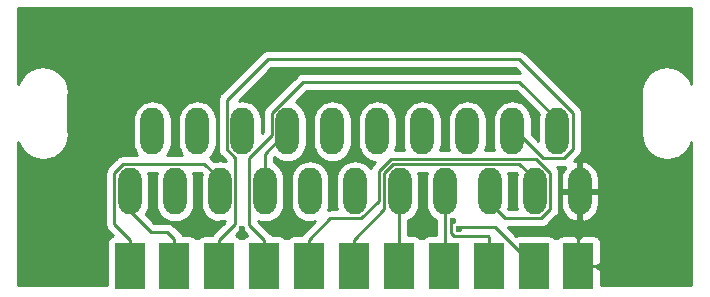
<source format=gbl>
G04 #@! TF.GenerationSoftware,KiCad,Pcbnew,(5.1.0)-1*
G04 #@! TF.CreationDate,2019-07-11T18:39:25-04:00*
G04 #@! TF.ProjectId,EUROSCART_2_JP21,4555524f-5343-4415-9254-5f325f4a5032,rev?*
G04 #@! TF.SameCoordinates,Original*
G04 #@! TF.FileFunction,Copper,L2,Bot*
G04 #@! TF.FilePolarity,Positive*
%FSLAX46Y46*%
G04 Gerber Fmt 4.6, Leading zero omitted, Abs format (unit mm)*
G04 Created by KiCad (PCBNEW (5.1.0)-1) date 2019-07-11 18:39:25*
%MOMM*%
%LPD*%
G04 APERTURE LIST*
%ADD10R,2.500000X4.000000*%
%ADD11O,1.981200X3.962400*%
%ADD12C,0.600000*%
%ADD13C,0.250000*%
%ADD14C,0.254000*%
G04 APERTURE END LIST*
D10*
X114725000Y-91840501D03*
X118525000Y-91840501D03*
X122325000Y-91840501D03*
X126125000Y-91840501D03*
X129925000Y-91840501D03*
X133725000Y-91840501D03*
X137525000Y-91840501D03*
X141325000Y-91840501D03*
X145125000Y-91840501D03*
X148925000Y-91840501D03*
X152725000Y-91840501D03*
D11*
X114750000Y-85480000D03*
X116655000Y-80400000D03*
X118560000Y-85480000D03*
X120465000Y-80400000D03*
X122370000Y-85480000D03*
X124275000Y-80400000D03*
X126180000Y-85480000D03*
X128085000Y-80400000D03*
X129990000Y-85480000D03*
X131895000Y-80400000D03*
X133800000Y-85480000D03*
X135705000Y-80400000D03*
X137610000Y-85480000D03*
X139515000Y-80400000D03*
X141420000Y-85480000D03*
X143325000Y-80400000D03*
X145230000Y-85480000D03*
X147135000Y-80400000D03*
X149040000Y-85480000D03*
X150945000Y-80400000D03*
X152850000Y-85480000D03*
D12*
X160000000Y-70400000D03*
X157500000Y-70400000D03*
X155000000Y-70400000D03*
X152500000Y-70400000D03*
X150000000Y-70400000D03*
X147500000Y-70400000D03*
X145000000Y-70400000D03*
X142500000Y-70400000D03*
X140000000Y-70400000D03*
X137500000Y-70400000D03*
X135000000Y-70400000D03*
X132500000Y-70400000D03*
X130000000Y-70400000D03*
X127500000Y-70400000D03*
X125000000Y-70400000D03*
X122500000Y-70400000D03*
X120000000Y-70400000D03*
X117500000Y-70400000D03*
X115000000Y-70400000D03*
X112500000Y-70400000D03*
X110000000Y-70400000D03*
X107500000Y-70400000D03*
X142100000Y-88000000D03*
X142575000Y-88643721D03*
X155000000Y-92500000D03*
X160000000Y-72500000D03*
X107500000Y-72500000D03*
X107500000Y-92500000D03*
X110000000Y-92500000D03*
X111700000Y-86200000D03*
X111700000Y-82500000D03*
X113300000Y-79700000D03*
X117000000Y-77300000D03*
X126200000Y-76700000D03*
X130500000Y-77300000D03*
X124200000Y-88700000D03*
X122600000Y-88200000D03*
X120300000Y-88600000D03*
X116600000Y-87400000D03*
X116600000Y-84200000D03*
X137600000Y-78000000D03*
X133800000Y-79500000D03*
X148400000Y-88800000D03*
X139500000Y-85400000D03*
X147100000Y-85400000D03*
X106800000Y-84900000D03*
X106900000Y-87600000D03*
X106500000Y-90000000D03*
X156600000Y-92600000D03*
X160300000Y-89900000D03*
X160600000Y-87600000D03*
X160600000Y-84900000D03*
X161100000Y-92499998D03*
D13*
X149040000Y-84489400D02*
X149040000Y-85480000D01*
X147724390Y-83173790D02*
X149040000Y-84489400D01*
X137065057Y-83173790D02*
X147724390Y-83173790D01*
X136294390Y-83944457D02*
X137065057Y-83173790D01*
X136294390Y-87021111D02*
X136294390Y-83944457D01*
X133725000Y-89590501D02*
X136294390Y-87021111D01*
X133725000Y-91840501D02*
X133725000Y-89590501D01*
X137525000Y-85565000D02*
X137610000Y-85480000D01*
X137525000Y-91840501D02*
X137525000Y-85565000D01*
X141420000Y-88580000D02*
X141420000Y-85480000D01*
X141400000Y-88600000D02*
X141420000Y-88580000D01*
X141400000Y-91015501D02*
X141400000Y-88600000D01*
X141325000Y-91840501D02*
X141325000Y-91090501D01*
X141325000Y-91090501D02*
X141400000Y-91015501D01*
X126180000Y-82305000D02*
X128085000Y-80400000D01*
X126180000Y-85480000D02*
X126180000Y-82305000D01*
X141900000Y-88200000D02*
X142100000Y-88000000D01*
X141900000Y-89000000D02*
X141900000Y-88200000D01*
X142200000Y-89300000D02*
X141900000Y-89000000D01*
X145100000Y-89300000D02*
X142200000Y-89300000D01*
X145125000Y-91840501D02*
X145125000Y-89325000D01*
X145125000Y-89325000D02*
X145100000Y-89300000D01*
X148925000Y-91840501D02*
X148925000Y-91090501D01*
X145619501Y-88500000D02*
X142550010Y-88500000D01*
X148925000Y-91840501D02*
X148925000Y-91805499D01*
X148925000Y-91805499D02*
X145619501Y-88500000D01*
X142550010Y-88500000D02*
X142550010Y-88618731D01*
X142550010Y-88618731D02*
X142575000Y-88643721D01*
X152725000Y-85605000D02*
X152850000Y-85480000D01*
X152725000Y-91840501D02*
X152725000Y-85605000D01*
X152725000Y-91840501D02*
X160440503Y-91840501D01*
X160800001Y-92199999D02*
X161100000Y-92499998D01*
X160440503Y-91840501D02*
X160800001Y-92199999D01*
X122370000Y-84489400D02*
X122370000Y-85480000D01*
X121054390Y-83173790D02*
X122370000Y-84489400D01*
X114205057Y-83173790D02*
X121054390Y-83173790D01*
X113434390Y-83944457D02*
X114205057Y-83173790D01*
X113434390Y-88299891D02*
X113434390Y-83944457D01*
X114725000Y-89590501D02*
X113434390Y-88299891D01*
X114725000Y-91840501D02*
X114725000Y-89590501D01*
X114750000Y-87150000D02*
X114750000Y-85480000D01*
X116500000Y-88900000D02*
X114750000Y-87150000D01*
X117900000Y-88900000D02*
X116500000Y-88900000D01*
X118525000Y-91840501D02*
X118525000Y-89525000D01*
X118525000Y-89525000D02*
X117900000Y-88900000D01*
X122325000Y-91840501D02*
X122325000Y-91090501D01*
X149753773Y-82706210D02*
X147447563Y-80400000D01*
X152260610Y-81935543D02*
X151489943Y-82706210D01*
X152260610Y-78864457D02*
X152260610Y-81935543D01*
X122325000Y-89590501D02*
X123685610Y-88229891D01*
X151489943Y-82706210D02*
X149753773Y-82706210D01*
X122325000Y-91840501D02*
X122325000Y-89590501D01*
X147696153Y-74300000D02*
X152260610Y-78864457D01*
X123685610Y-82661763D02*
X122959390Y-81935543D01*
X147447563Y-80400000D02*
X147135000Y-80400000D01*
X126400000Y-74300000D02*
X147696153Y-74300000D01*
X122959390Y-81935543D02*
X122959390Y-77740610D01*
X123685610Y-88229891D02*
X123685610Y-82661763D01*
X122959390Y-77740610D02*
X126400000Y-74300000D01*
X126125000Y-91840501D02*
X126125000Y-91090501D01*
X126769390Y-78864457D02*
X129433847Y-76200000D01*
X126769390Y-80756763D02*
X126769390Y-78864457D01*
X124864390Y-82661763D02*
X126769390Y-80756763D01*
X124864390Y-88329891D02*
X124864390Y-82661763D01*
X126125000Y-91840501D02*
X126125000Y-89590501D01*
X126125000Y-89590501D02*
X124864390Y-88329891D01*
X150945000Y-79409400D02*
X150945000Y-80400000D01*
X147735600Y-76200000D02*
X150945000Y-79409400D01*
X129433847Y-76200000D02*
X147735600Y-76200000D01*
X145230000Y-86470600D02*
X145230000Y-85480000D01*
X146545610Y-87786210D02*
X145230000Y-86470600D01*
X149584943Y-87786210D02*
X146545610Y-87786210D01*
X150355610Y-87015543D02*
X149584943Y-87786210D01*
X150355610Y-83944457D02*
X150355610Y-87015543D01*
X135844381Y-83758056D02*
X136878657Y-82723780D01*
X135844380Y-86286773D02*
X135844381Y-83758056D01*
X134344943Y-87786210D02*
X135844380Y-86286773D01*
X149134933Y-82723780D02*
X150355610Y-83944457D01*
X131729291Y-87786210D02*
X134344943Y-87786210D01*
X129925000Y-89590501D02*
X131729291Y-87786210D01*
X136878657Y-82723780D02*
X149134933Y-82723780D01*
X129925000Y-91840501D02*
X129925000Y-89590501D01*
D14*
G36*
X162290001Y-76437191D02*
G01*
X162245868Y-76298068D01*
X162222290Y-76243058D01*
X162199508Y-76187783D01*
X162195125Y-76179677D01*
X162051836Y-75919034D01*
X162018048Y-75869687D01*
X161984936Y-75819850D01*
X161979062Y-75812749D01*
X161787876Y-75584904D01*
X161745146Y-75543060D01*
X161702987Y-75500605D01*
X161695846Y-75494781D01*
X161464045Y-75308408D01*
X161414031Y-75275680D01*
X161364398Y-75242202D01*
X161356261Y-75237876D01*
X161092675Y-75100077D01*
X161037219Y-75077672D01*
X160982068Y-75054488D01*
X160973246Y-75051825D01*
X160687915Y-74967847D01*
X160629175Y-74956642D01*
X160570558Y-74944609D01*
X160561386Y-74943710D01*
X160265178Y-74916753D01*
X160205361Y-74917171D01*
X160145544Y-74916753D01*
X160136372Y-74917653D01*
X159840569Y-74948742D01*
X159781972Y-74960771D01*
X159723210Y-74971980D01*
X159714388Y-74974644D01*
X159430257Y-75062598D01*
X159375139Y-75085768D01*
X159319650Y-75108186D01*
X159311514Y-75112513D01*
X159049878Y-75253979D01*
X159000311Y-75287412D01*
X158950232Y-75320183D01*
X158943091Y-75326008D01*
X158713915Y-75515597D01*
X158671774Y-75558034D01*
X158629024Y-75599897D01*
X158623150Y-75606998D01*
X158435164Y-75837492D01*
X158402049Y-75887334D01*
X158368265Y-75936674D01*
X158363882Y-75944781D01*
X158224246Y-76207399D01*
X158201458Y-76262687D01*
X158177886Y-76317683D01*
X158175162Y-76326487D01*
X158089193Y-76611225D01*
X158077570Y-76669925D01*
X158065137Y-76728419D01*
X158064174Y-76737584D01*
X158035150Y-77033596D01*
X158035150Y-77162406D01*
X158055801Y-77266697D01*
X158055800Y-80487952D01*
X158045478Y-80521300D01*
X158036932Y-80602622D01*
X158035299Y-80610870D01*
X158035299Y-80618164D01*
X158032016Y-80649404D01*
X158032016Y-80658620D01*
X158032165Y-80679898D01*
X158035298Y-80709700D01*
X158035298Y-80739680D01*
X158036262Y-80748844D01*
X158069416Y-81044424D01*
X158081853Y-81102936D01*
X158093471Y-81161614D01*
X158096196Y-81170413D01*
X158096197Y-81170419D01*
X158096199Y-81170425D01*
X158186130Y-81453928D01*
X158209691Y-81508899D01*
X158232491Y-81564217D01*
X158236874Y-81572323D01*
X158380163Y-81832965D01*
X158413947Y-81882305D01*
X158447062Y-81932147D01*
X158452936Y-81939247D01*
X158644122Y-82167094D01*
X158686853Y-82208939D01*
X158729013Y-82251395D01*
X158736155Y-82257219D01*
X158967956Y-82443591D01*
X159017968Y-82476318D01*
X159067600Y-82509795D01*
X159075737Y-82514121D01*
X159339323Y-82651921D01*
X159394783Y-82674328D01*
X159449931Y-82697511D01*
X159458753Y-82700174D01*
X159744083Y-82784152D01*
X159802837Y-82795360D01*
X159861441Y-82807390D01*
X159870613Y-82808289D01*
X160166820Y-82835246D01*
X160226638Y-82834828D01*
X160286455Y-82835246D01*
X160295626Y-82834347D01*
X160591430Y-82803257D01*
X160650017Y-82791230D01*
X160708787Y-82780020D01*
X160717609Y-82777356D01*
X161001740Y-82689403D01*
X161056883Y-82666223D01*
X161112348Y-82643814D01*
X161120485Y-82639487D01*
X161382121Y-82498021D01*
X161431705Y-82464576D01*
X161481768Y-82431816D01*
X161488909Y-82425992D01*
X161718085Y-82236401D01*
X161760224Y-82193966D01*
X161802974Y-82152103D01*
X161808848Y-82145002D01*
X161996834Y-81914509D01*
X162029938Y-81864682D01*
X162063733Y-81815327D01*
X162068116Y-81807221D01*
X162207753Y-81544603D01*
X162230560Y-81489269D01*
X162254114Y-81434314D01*
X162256838Y-81425515D01*
X162256840Y-81425509D01*
X162290001Y-81315674D01*
X162290000Y-93390000D01*
X154612265Y-93390000D01*
X154610000Y-92126251D01*
X154451250Y-91967501D01*
X154327000Y-91967501D01*
X154327000Y-91713501D01*
X154451250Y-91713501D01*
X154610000Y-91554751D01*
X154613072Y-89840501D01*
X154600812Y-89716019D01*
X154564502Y-89596321D01*
X154505537Y-89486007D01*
X154426185Y-89389316D01*
X154329494Y-89309964D01*
X154219180Y-89250999D01*
X154099482Y-89214689D01*
X153975000Y-89202429D01*
X153010750Y-89205501D01*
X152852000Y-89364251D01*
X152852000Y-89473000D01*
X152598000Y-89473000D01*
X152598000Y-89364251D01*
X152439250Y-89205501D01*
X151475000Y-89202429D01*
X151350518Y-89214689D01*
X151230820Y-89250999D01*
X151120506Y-89309964D01*
X151023815Y-89389316D01*
X150955138Y-89473000D01*
X150694862Y-89473000D01*
X150626185Y-89389316D01*
X150529494Y-89309964D01*
X150419180Y-89250999D01*
X150299482Y-89214689D01*
X150175000Y-89202429D01*
X147675000Y-89202429D01*
X147550518Y-89214689D01*
X147441931Y-89247629D01*
X146740512Y-88546210D01*
X149547621Y-88546210D01*
X149584943Y-88549886D01*
X149622265Y-88546210D01*
X149622276Y-88546210D01*
X149733929Y-88535213D01*
X149877190Y-88491756D01*
X150009219Y-88421184D01*
X150124944Y-88326211D01*
X150148746Y-88297208D01*
X150866612Y-87579342D01*
X150895611Y-87555544D01*
X150990584Y-87439819D01*
X151061156Y-87307790D01*
X151104613Y-87164529D01*
X151115610Y-87052876D01*
X151115610Y-87052868D01*
X151119286Y-87015543D01*
X151115610Y-86978218D01*
X151115610Y-85607000D01*
X151224400Y-85607000D01*
X151224400Y-86597600D01*
X151280412Y-86912299D01*
X151396742Y-87210023D01*
X151568920Y-87479332D01*
X151790329Y-87709876D01*
X152052461Y-87892795D01*
X152345242Y-88021060D01*
X152471041Y-88051411D01*
X152723000Y-87931942D01*
X152723000Y-85607000D01*
X152977000Y-85607000D01*
X152977000Y-87931942D01*
X153228959Y-88051411D01*
X153354758Y-88021060D01*
X153647539Y-87892795D01*
X153909671Y-87709876D01*
X154131080Y-87479332D01*
X154303258Y-87210023D01*
X154419588Y-86912299D01*
X154475600Y-86597600D01*
X154475600Y-85607000D01*
X152977000Y-85607000D01*
X152723000Y-85607000D01*
X151224400Y-85607000D01*
X151115610Y-85607000D01*
X151115610Y-83981780D01*
X151119286Y-83944457D01*
X151115610Y-83907134D01*
X151115610Y-83907124D01*
X151104613Y-83795471D01*
X151061156Y-83652210D01*
X150990584Y-83520180D01*
X150946291Y-83466210D01*
X151452621Y-83466210D01*
X151489943Y-83469886D01*
X151527265Y-83466210D01*
X151527276Y-83466210D01*
X151588606Y-83460169D01*
X151568920Y-83480668D01*
X151396742Y-83749977D01*
X151280412Y-84047701D01*
X151224400Y-84362400D01*
X151224400Y-85353000D01*
X152723000Y-85353000D01*
X152723000Y-83028058D01*
X152977000Y-83028058D01*
X152977000Y-85353000D01*
X154475600Y-85353000D01*
X154475600Y-84362400D01*
X154419588Y-84047701D01*
X154303258Y-83749977D01*
X154131080Y-83480668D01*
X153909671Y-83250124D01*
X153647539Y-83067205D01*
X153354758Y-82938940D01*
X153228959Y-82908589D01*
X152977000Y-83028058D01*
X152723000Y-83028058D01*
X152471041Y-82908589D01*
X152345242Y-82938940D01*
X152321701Y-82949253D01*
X152771612Y-82499342D01*
X152800611Y-82475544D01*
X152895584Y-82359819D01*
X152966156Y-82227790D01*
X153009613Y-82084529D01*
X153020610Y-81972876D01*
X153020610Y-81972868D01*
X153024286Y-81935543D01*
X153020610Y-81898218D01*
X153020610Y-78901779D01*
X153024286Y-78864457D01*
X153020610Y-78827134D01*
X153020610Y-78827124D01*
X153009613Y-78715471D01*
X152966156Y-78572210D01*
X152931674Y-78507700D01*
X152895584Y-78440180D01*
X152824409Y-78353454D01*
X152800611Y-78324456D01*
X152771614Y-78300659D01*
X148259957Y-73789003D01*
X148236154Y-73759999D01*
X148120429Y-73665026D01*
X147988400Y-73594454D01*
X147845139Y-73550997D01*
X147733486Y-73540000D01*
X147733475Y-73540000D01*
X147696153Y-73536324D01*
X147658831Y-73540000D01*
X126437322Y-73540000D01*
X126399999Y-73536324D01*
X126362676Y-73540000D01*
X126362667Y-73540000D01*
X126251014Y-73550997D01*
X126107753Y-73594454D01*
X125975724Y-73665026D01*
X125859999Y-73759999D01*
X125836201Y-73788997D01*
X122448388Y-77176811D01*
X122419390Y-77200609D01*
X122395592Y-77229607D01*
X122395591Y-77229608D01*
X122324416Y-77316334D01*
X122253844Y-77448364D01*
X122210388Y-77591625D01*
X122195714Y-77740610D01*
X122199391Y-77777942D01*
X122199390Y-81898220D01*
X122195714Y-81935543D01*
X122199390Y-81972865D01*
X122199390Y-81972875D01*
X122210387Y-82084528D01*
X122240494Y-82183779D01*
X122253844Y-82227789D01*
X122324416Y-82359819D01*
X122357506Y-82400139D01*
X122419389Y-82475544D01*
X122448392Y-82499346D01*
X122900678Y-82951633D01*
X122688673Y-82887322D01*
X122370000Y-82855935D01*
X122051328Y-82887322D01*
X121891275Y-82935873D01*
X121618194Y-82662793D01*
X121594391Y-82633789D01*
X121553504Y-82600234D01*
X121620034Y-82545634D01*
X121823177Y-82298105D01*
X121974125Y-82015700D01*
X122067078Y-81709273D01*
X122090600Y-81470454D01*
X122090600Y-79329546D01*
X122067078Y-79090727D01*
X121974125Y-78784300D01*
X121823177Y-78501895D01*
X121620034Y-78254366D01*
X121372505Y-78051223D01*
X121090100Y-77900275D01*
X120783673Y-77807322D01*
X120465000Y-77775935D01*
X120146328Y-77807322D01*
X119839901Y-77900275D01*
X119557496Y-78051223D01*
X119309967Y-78254366D01*
X119106824Y-78501895D01*
X118955876Y-78784300D01*
X118862923Y-79090727D01*
X118839401Y-79329546D01*
X118839400Y-81470453D01*
X118862922Y-81709272D01*
X118955875Y-82015699D01*
X119106823Y-82298104D01*
X119201764Y-82413790D01*
X117918236Y-82413790D01*
X118013177Y-82298105D01*
X118164125Y-82015700D01*
X118257078Y-81709273D01*
X118280600Y-81470454D01*
X118280600Y-79329546D01*
X118257078Y-79090727D01*
X118164125Y-78784300D01*
X118013177Y-78501895D01*
X117810034Y-78254366D01*
X117562505Y-78051223D01*
X117280100Y-77900275D01*
X116973673Y-77807322D01*
X116655000Y-77775935D01*
X116336328Y-77807322D01*
X116029901Y-77900275D01*
X115747496Y-78051223D01*
X115499967Y-78254366D01*
X115296824Y-78501895D01*
X115145876Y-78784300D01*
X115052923Y-79090727D01*
X115029401Y-79329546D01*
X115029400Y-81470453D01*
X115052922Y-81709272D01*
X115145875Y-82015699D01*
X115296823Y-82298104D01*
X115391764Y-82413790D01*
X114242382Y-82413790D01*
X114205057Y-82410114D01*
X114167732Y-82413790D01*
X114167724Y-82413790D01*
X114056071Y-82424787D01*
X113912810Y-82468244D01*
X113780781Y-82538816D01*
X113665056Y-82633789D01*
X113641258Y-82662788D01*
X112923388Y-83380658D01*
X112894390Y-83404456D01*
X112870592Y-83433454D01*
X112870591Y-83433455D01*
X112799416Y-83520181D01*
X112728844Y-83652211D01*
X112685388Y-83795472D01*
X112670714Y-83944457D01*
X112674391Y-83981789D01*
X112674390Y-88262568D01*
X112670714Y-88299891D01*
X112674390Y-88337213D01*
X112674390Y-88337223D01*
X112685387Y-88448876D01*
X112716028Y-88549886D01*
X112728844Y-88592137D01*
X112799416Y-88724167D01*
X112831942Y-88763799D01*
X112894389Y-88839892D01*
X112923393Y-88863695D01*
X113292106Y-89232408D01*
X113230820Y-89250999D01*
X113120506Y-89309964D01*
X113023815Y-89389316D01*
X112944463Y-89486007D01*
X112885498Y-89596321D01*
X112849188Y-89716019D01*
X112836928Y-89840501D01*
X112836928Y-93390000D01*
X105310000Y-93390000D01*
X105310000Y-81314810D01*
X105354130Y-81453928D01*
X105377691Y-81508899D01*
X105400491Y-81564217D01*
X105404874Y-81572323D01*
X105548163Y-81832965D01*
X105581947Y-81882305D01*
X105615062Y-81932147D01*
X105620936Y-81939247D01*
X105812122Y-82167094D01*
X105854853Y-82208939D01*
X105897013Y-82251395D01*
X105904155Y-82257219D01*
X106135956Y-82443591D01*
X106185968Y-82476318D01*
X106235600Y-82509795D01*
X106243737Y-82514121D01*
X106507323Y-82651921D01*
X106562783Y-82674328D01*
X106617931Y-82697511D01*
X106626753Y-82700174D01*
X106912083Y-82784152D01*
X106970837Y-82795360D01*
X107029441Y-82807390D01*
X107038613Y-82808289D01*
X107334820Y-82835246D01*
X107394638Y-82834828D01*
X107454455Y-82835246D01*
X107463626Y-82834347D01*
X107759430Y-82803257D01*
X107818017Y-82791230D01*
X107876787Y-82780020D01*
X107885609Y-82777356D01*
X108169740Y-82689403D01*
X108224883Y-82666223D01*
X108280348Y-82643814D01*
X108288485Y-82639487D01*
X108550121Y-82498021D01*
X108599705Y-82464576D01*
X108649768Y-82431816D01*
X108656909Y-82425992D01*
X108886085Y-82236401D01*
X108928224Y-82193966D01*
X108970974Y-82152103D01*
X108976848Y-82145002D01*
X109164834Y-81914509D01*
X109197938Y-81864682D01*
X109231733Y-81815327D01*
X109236116Y-81807221D01*
X109375753Y-81544603D01*
X109398560Y-81489269D01*
X109422114Y-81434314D01*
X109424838Y-81425515D01*
X109424840Y-81425509D01*
X109510806Y-81140773D01*
X109522422Y-81082108D01*
X109534862Y-81023584D01*
X109535825Y-81014419D01*
X109564850Y-80718406D01*
X109564850Y-80589596D01*
X109544200Y-80485305D01*
X109544200Y-77264047D01*
X109554522Y-77230699D01*
X109563068Y-77149377D01*
X109564701Y-77141129D01*
X109564701Y-77133835D01*
X109567984Y-77102594D01*
X109567984Y-77093379D01*
X109567835Y-77072100D01*
X109564702Y-77042298D01*
X109564702Y-77012319D01*
X109563738Y-77003154D01*
X109530584Y-76707575D01*
X109518151Y-76649081D01*
X109506528Y-76590381D01*
X109503803Y-76581578D01*
X109413868Y-76298068D01*
X109390290Y-76243058D01*
X109367508Y-76187783D01*
X109363125Y-76179677D01*
X109219836Y-75919034D01*
X109186048Y-75869687D01*
X109152936Y-75819850D01*
X109147062Y-75812749D01*
X108955876Y-75584904D01*
X108913146Y-75543060D01*
X108870987Y-75500605D01*
X108863846Y-75494781D01*
X108632045Y-75308408D01*
X108582031Y-75275680D01*
X108532398Y-75242202D01*
X108524261Y-75237876D01*
X108260675Y-75100077D01*
X108205219Y-75077672D01*
X108150068Y-75054488D01*
X108141246Y-75051825D01*
X107855915Y-74967847D01*
X107797175Y-74956642D01*
X107738558Y-74944609D01*
X107729386Y-74943710D01*
X107433178Y-74916753D01*
X107373361Y-74917171D01*
X107313544Y-74916753D01*
X107304372Y-74917653D01*
X107008569Y-74948742D01*
X106949972Y-74960771D01*
X106891210Y-74971980D01*
X106882388Y-74974644D01*
X106598257Y-75062598D01*
X106543139Y-75085768D01*
X106487650Y-75108186D01*
X106479514Y-75112513D01*
X106217878Y-75253979D01*
X106168311Y-75287412D01*
X106118232Y-75320183D01*
X106111091Y-75326008D01*
X105881915Y-75515597D01*
X105839774Y-75558034D01*
X105797024Y-75599897D01*
X105791150Y-75606998D01*
X105603164Y-75837492D01*
X105570049Y-75887334D01*
X105536265Y-75936674D01*
X105531882Y-75944781D01*
X105392246Y-76207399D01*
X105369458Y-76262687D01*
X105345886Y-76317683D01*
X105343162Y-76326487D01*
X105310000Y-76436323D01*
X105310000Y-70010000D01*
X162290001Y-70010000D01*
X162290001Y-76437191D01*
X162290001Y-76437191D01*
G37*
X162290001Y-76437191D02*
X162245868Y-76298068D01*
X162222290Y-76243058D01*
X162199508Y-76187783D01*
X162195125Y-76179677D01*
X162051836Y-75919034D01*
X162018048Y-75869687D01*
X161984936Y-75819850D01*
X161979062Y-75812749D01*
X161787876Y-75584904D01*
X161745146Y-75543060D01*
X161702987Y-75500605D01*
X161695846Y-75494781D01*
X161464045Y-75308408D01*
X161414031Y-75275680D01*
X161364398Y-75242202D01*
X161356261Y-75237876D01*
X161092675Y-75100077D01*
X161037219Y-75077672D01*
X160982068Y-75054488D01*
X160973246Y-75051825D01*
X160687915Y-74967847D01*
X160629175Y-74956642D01*
X160570558Y-74944609D01*
X160561386Y-74943710D01*
X160265178Y-74916753D01*
X160205361Y-74917171D01*
X160145544Y-74916753D01*
X160136372Y-74917653D01*
X159840569Y-74948742D01*
X159781972Y-74960771D01*
X159723210Y-74971980D01*
X159714388Y-74974644D01*
X159430257Y-75062598D01*
X159375139Y-75085768D01*
X159319650Y-75108186D01*
X159311514Y-75112513D01*
X159049878Y-75253979D01*
X159000311Y-75287412D01*
X158950232Y-75320183D01*
X158943091Y-75326008D01*
X158713915Y-75515597D01*
X158671774Y-75558034D01*
X158629024Y-75599897D01*
X158623150Y-75606998D01*
X158435164Y-75837492D01*
X158402049Y-75887334D01*
X158368265Y-75936674D01*
X158363882Y-75944781D01*
X158224246Y-76207399D01*
X158201458Y-76262687D01*
X158177886Y-76317683D01*
X158175162Y-76326487D01*
X158089193Y-76611225D01*
X158077570Y-76669925D01*
X158065137Y-76728419D01*
X158064174Y-76737584D01*
X158035150Y-77033596D01*
X158035150Y-77162406D01*
X158055801Y-77266697D01*
X158055800Y-80487952D01*
X158045478Y-80521300D01*
X158036932Y-80602622D01*
X158035299Y-80610870D01*
X158035299Y-80618164D01*
X158032016Y-80649404D01*
X158032016Y-80658620D01*
X158032165Y-80679898D01*
X158035298Y-80709700D01*
X158035298Y-80739680D01*
X158036262Y-80748844D01*
X158069416Y-81044424D01*
X158081853Y-81102936D01*
X158093471Y-81161614D01*
X158096196Y-81170413D01*
X158096197Y-81170419D01*
X158096199Y-81170425D01*
X158186130Y-81453928D01*
X158209691Y-81508899D01*
X158232491Y-81564217D01*
X158236874Y-81572323D01*
X158380163Y-81832965D01*
X158413947Y-81882305D01*
X158447062Y-81932147D01*
X158452936Y-81939247D01*
X158644122Y-82167094D01*
X158686853Y-82208939D01*
X158729013Y-82251395D01*
X158736155Y-82257219D01*
X158967956Y-82443591D01*
X159017968Y-82476318D01*
X159067600Y-82509795D01*
X159075737Y-82514121D01*
X159339323Y-82651921D01*
X159394783Y-82674328D01*
X159449931Y-82697511D01*
X159458753Y-82700174D01*
X159744083Y-82784152D01*
X159802837Y-82795360D01*
X159861441Y-82807390D01*
X159870613Y-82808289D01*
X160166820Y-82835246D01*
X160226638Y-82834828D01*
X160286455Y-82835246D01*
X160295626Y-82834347D01*
X160591430Y-82803257D01*
X160650017Y-82791230D01*
X160708787Y-82780020D01*
X160717609Y-82777356D01*
X161001740Y-82689403D01*
X161056883Y-82666223D01*
X161112348Y-82643814D01*
X161120485Y-82639487D01*
X161382121Y-82498021D01*
X161431705Y-82464576D01*
X161481768Y-82431816D01*
X161488909Y-82425992D01*
X161718085Y-82236401D01*
X161760224Y-82193966D01*
X161802974Y-82152103D01*
X161808848Y-82145002D01*
X161996834Y-81914509D01*
X162029938Y-81864682D01*
X162063733Y-81815327D01*
X162068116Y-81807221D01*
X162207753Y-81544603D01*
X162230560Y-81489269D01*
X162254114Y-81434314D01*
X162256838Y-81425515D01*
X162256840Y-81425509D01*
X162290001Y-81315674D01*
X162290000Y-93390000D01*
X154612265Y-93390000D01*
X154610000Y-92126251D01*
X154451250Y-91967501D01*
X154327000Y-91967501D01*
X154327000Y-91713501D01*
X154451250Y-91713501D01*
X154610000Y-91554751D01*
X154613072Y-89840501D01*
X154600812Y-89716019D01*
X154564502Y-89596321D01*
X154505537Y-89486007D01*
X154426185Y-89389316D01*
X154329494Y-89309964D01*
X154219180Y-89250999D01*
X154099482Y-89214689D01*
X153975000Y-89202429D01*
X153010750Y-89205501D01*
X152852000Y-89364251D01*
X152852000Y-89473000D01*
X152598000Y-89473000D01*
X152598000Y-89364251D01*
X152439250Y-89205501D01*
X151475000Y-89202429D01*
X151350518Y-89214689D01*
X151230820Y-89250999D01*
X151120506Y-89309964D01*
X151023815Y-89389316D01*
X150955138Y-89473000D01*
X150694862Y-89473000D01*
X150626185Y-89389316D01*
X150529494Y-89309964D01*
X150419180Y-89250999D01*
X150299482Y-89214689D01*
X150175000Y-89202429D01*
X147675000Y-89202429D01*
X147550518Y-89214689D01*
X147441931Y-89247629D01*
X146740512Y-88546210D01*
X149547621Y-88546210D01*
X149584943Y-88549886D01*
X149622265Y-88546210D01*
X149622276Y-88546210D01*
X149733929Y-88535213D01*
X149877190Y-88491756D01*
X150009219Y-88421184D01*
X150124944Y-88326211D01*
X150148746Y-88297208D01*
X150866612Y-87579342D01*
X150895611Y-87555544D01*
X150990584Y-87439819D01*
X151061156Y-87307790D01*
X151104613Y-87164529D01*
X151115610Y-87052876D01*
X151115610Y-87052868D01*
X151119286Y-87015543D01*
X151115610Y-86978218D01*
X151115610Y-85607000D01*
X151224400Y-85607000D01*
X151224400Y-86597600D01*
X151280412Y-86912299D01*
X151396742Y-87210023D01*
X151568920Y-87479332D01*
X151790329Y-87709876D01*
X152052461Y-87892795D01*
X152345242Y-88021060D01*
X152471041Y-88051411D01*
X152723000Y-87931942D01*
X152723000Y-85607000D01*
X152977000Y-85607000D01*
X152977000Y-87931942D01*
X153228959Y-88051411D01*
X153354758Y-88021060D01*
X153647539Y-87892795D01*
X153909671Y-87709876D01*
X154131080Y-87479332D01*
X154303258Y-87210023D01*
X154419588Y-86912299D01*
X154475600Y-86597600D01*
X154475600Y-85607000D01*
X152977000Y-85607000D01*
X152723000Y-85607000D01*
X151224400Y-85607000D01*
X151115610Y-85607000D01*
X151115610Y-83981780D01*
X151119286Y-83944457D01*
X151115610Y-83907134D01*
X151115610Y-83907124D01*
X151104613Y-83795471D01*
X151061156Y-83652210D01*
X150990584Y-83520180D01*
X150946291Y-83466210D01*
X151452621Y-83466210D01*
X151489943Y-83469886D01*
X151527265Y-83466210D01*
X151527276Y-83466210D01*
X151588606Y-83460169D01*
X151568920Y-83480668D01*
X151396742Y-83749977D01*
X151280412Y-84047701D01*
X151224400Y-84362400D01*
X151224400Y-85353000D01*
X152723000Y-85353000D01*
X152723000Y-83028058D01*
X152977000Y-83028058D01*
X152977000Y-85353000D01*
X154475600Y-85353000D01*
X154475600Y-84362400D01*
X154419588Y-84047701D01*
X154303258Y-83749977D01*
X154131080Y-83480668D01*
X153909671Y-83250124D01*
X153647539Y-83067205D01*
X153354758Y-82938940D01*
X153228959Y-82908589D01*
X152977000Y-83028058D01*
X152723000Y-83028058D01*
X152471041Y-82908589D01*
X152345242Y-82938940D01*
X152321701Y-82949253D01*
X152771612Y-82499342D01*
X152800611Y-82475544D01*
X152895584Y-82359819D01*
X152966156Y-82227790D01*
X153009613Y-82084529D01*
X153020610Y-81972876D01*
X153020610Y-81972868D01*
X153024286Y-81935543D01*
X153020610Y-81898218D01*
X153020610Y-78901779D01*
X153024286Y-78864457D01*
X153020610Y-78827134D01*
X153020610Y-78827124D01*
X153009613Y-78715471D01*
X152966156Y-78572210D01*
X152931674Y-78507700D01*
X152895584Y-78440180D01*
X152824409Y-78353454D01*
X152800611Y-78324456D01*
X152771614Y-78300659D01*
X148259957Y-73789003D01*
X148236154Y-73759999D01*
X148120429Y-73665026D01*
X147988400Y-73594454D01*
X147845139Y-73550997D01*
X147733486Y-73540000D01*
X147733475Y-73540000D01*
X147696153Y-73536324D01*
X147658831Y-73540000D01*
X126437322Y-73540000D01*
X126399999Y-73536324D01*
X126362676Y-73540000D01*
X126362667Y-73540000D01*
X126251014Y-73550997D01*
X126107753Y-73594454D01*
X125975724Y-73665026D01*
X125859999Y-73759999D01*
X125836201Y-73788997D01*
X122448388Y-77176811D01*
X122419390Y-77200609D01*
X122395592Y-77229607D01*
X122395591Y-77229608D01*
X122324416Y-77316334D01*
X122253844Y-77448364D01*
X122210388Y-77591625D01*
X122195714Y-77740610D01*
X122199391Y-77777942D01*
X122199390Y-81898220D01*
X122195714Y-81935543D01*
X122199390Y-81972865D01*
X122199390Y-81972875D01*
X122210387Y-82084528D01*
X122240494Y-82183779D01*
X122253844Y-82227789D01*
X122324416Y-82359819D01*
X122357506Y-82400139D01*
X122419389Y-82475544D01*
X122448392Y-82499346D01*
X122900678Y-82951633D01*
X122688673Y-82887322D01*
X122370000Y-82855935D01*
X122051328Y-82887322D01*
X121891275Y-82935873D01*
X121618194Y-82662793D01*
X121594391Y-82633789D01*
X121553504Y-82600234D01*
X121620034Y-82545634D01*
X121823177Y-82298105D01*
X121974125Y-82015700D01*
X122067078Y-81709273D01*
X122090600Y-81470454D01*
X122090600Y-79329546D01*
X122067078Y-79090727D01*
X121974125Y-78784300D01*
X121823177Y-78501895D01*
X121620034Y-78254366D01*
X121372505Y-78051223D01*
X121090100Y-77900275D01*
X120783673Y-77807322D01*
X120465000Y-77775935D01*
X120146328Y-77807322D01*
X119839901Y-77900275D01*
X119557496Y-78051223D01*
X119309967Y-78254366D01*
X119106824Y-78501895D01*
X118955876Y-78784300D01*
X118862923Y-79090727D01*
X118839401Y-79329546D01*
X118839400Y-81470453D01*
X118862922Y-81709272D01*
X118955875Y-82015699D01*
X119106823Y-82298104D01*
X119201764Y-82413790D01*
X117918236Y-82413790D01*
X118013177Y-82298105D01*
X118164125Y-82015700D01*
X118257078Y-81709273D01*
X118280600Y-81470454D01*
X118280600Y-79329546D01*
X118257078Y-79090727D01*
X118164125Y-78784300D01*
X118013177Y-78501895D01*
X117810034Y-78254366D01*
X117562505Y-78051223D01*
X117280100Y-77900275D01*
X116973673Y-77807322D01*
X116655000Y-77775935D01*
X116336328Y-77807322D01*
X116029901Y-77900275D01*
X115747496Y-78051223D01*
X115499967Y-78254366D01*
X115296824Y-78501895D01*
X115145876Y-78784300D01*
X115052923Y-79090727D01*
X115029401Y-79329546D01*
X115029400Y-81470453D01*
X115052922Y-81709272D01*
X115145875Y-82015699D01*
X115296823Y-82298104D01*
X115391764Y-82413790D01*
X114242382Y-82413790D01*
X114205057Y-82410114D01*
X114167732Y-82413790D01*
X114167724Y-82413790D01*
X114056071Y-82424787D01*
X113912810Y-82468244D01*
X113780781Y-82538816D01*
X113665056Y-82633789D01*
X113641258Y-82662788D01*
X112923388Y-83380658D01*
X112894390Y-83404456D01*
X112870592Y-83433454D01*
X112870591Y-83433455D01*
X112799416Y-83520181D01*
X112728844Y-83652211D01*
X112685388Y-83795472D01*
X112670714Y-83944457D01*
X112674391Y-83981789D01*
X112674390Y-88262568D01*
X112670714Y-88299891D01*
X112674390Y-88337213D01*
X112674390Y-88337223D01*
X112685387Y-88448876D01*
X112716028Y-88549886D01*
X112728844Y-88592137D01*
X112799416Y-88724167D01*
X112831942Y-88763799D01*
X112894389Y-88839892D01*
X112923393Y-88863695D01*
X113292106Y-89232408D01*
X113230820Y-89250999D01*
X113120506Y-89309964D01*
X113023815Y-89389316D01*
X112944463Y-89486007D01*
X112885498Y-89596321D01*
X112849188Y-89716019D01*
X112836928Y-89840501D01*
X112836928Y-93390000D01*
X105310000Y-93390000D01*
X105310000Y-81314810D01*
X105354130Y-81453928D01*
X105377691Y-81508899D01*
X105400491Y-81564217D01*
X105404874Y-81572323D01*
X105548163Y-81832965D01*
X105581947Y-81882305D01*
X105615062Y-81932147D01*
X105620936Y-81939247D01*
X105812122Y-82167094D01*
X105854853Y-82208939D01*
X105897013Y-82251395D01*
X105904155Y-82257219D01*
X106135956Y-82443591D01*
X106185968Y-82476318D01*
X106235600Y-82509795D01*
X106243737Y-82514121D01*
X106507323Y-82651921D01*
X106562783Y-82674328D01*
X106617931Y-82697511D01*
X106626753Y-82700174D01*
X106912083Y-82784152D01*
X106970837Y-82795360D01*
X107029441Y-82807390D01*
X107038613Y-82808289D01*
X107334820Y-82835246D01*
X107394638Y-82834828D01*
X107454455Y-82835246D01*
X107463626Y-82834347D01*
X107759430Y-82803257D01*
X107818017Y-82791230D01*
X107876787Y-82780020D01*
X107885609Y-82777356D01*
X108169740Y-82689403D01*
X108224883Y-82666223D01*
X108280348Y-82643814D01*
X108288485Y-82639487D01*
X108550121Y-82498021D01*
X108599705Y-82464576D01*
X108649768Y-82431816D01*
X108656909Y-82425992D01*
X108886085Y-82236401D01*
X108928224Y-82193966D01*
X108970974Y-82152103D01*
X108976848Y-82145002D01*
X109164834Y-81914509D01*
X109197938Y-81864682D01*
X109231733Y-81815327D01*
X109236116Y-81807221D01*
X109375753Y-81544603D01*
X109398560Y-81489269D01*
X109422114Y-81434314D01*
X109424838Y-81425515D01*
X109424840Y-81425509D01*
X109510806Y-81140773D01*
X109522422Y-81082108D01*
X109534862Y-81023584D01*
X109535825Y-81014419D01*
X109564850Y-80718406D01*
X109564850Y-80589596D01*
X109544200Y-80485305D01*
X109544200Y-77264047D01*
X109554522Y-77230699D01*
X109563068Y-77149377D01*
X109564701Y-77141129D01*
X109564701Y-77133835D01*
X109567984Y-77102594D01*
X109567984Y-77093379D01*
X109567835Y-77072100D01*
X109564702Y-77042298D01*
X109564702Y-77012319D01*
X109563738Y-77003154D01*
X109530584Y-76707575D01*
X109518151Y-76649081D01*
X109506528Y-76590381D01*
X109503803Y-76581578D01*
X109413868Y-76298068D01*
X109390290Y-76243058D01*
X109367508Y-76187783D01*
X109363125Y-76179677D01*
X109219836Y-75919034D01*
X109186048Y-75869687D01*
X109152936Y-75819850D01*
X109147062Y-75812749D01*
X108955876Y-75584904D01*
X108913146Y-75543060D01*
X108870987Y-75500605D01*
X108863846Y-75494781D01*
X108632045Y-75308408D01*
X108582031Y-75275680D01*
X108532398Y-75242202D01*
X108524261Y-75237876D01*
X108260675Y-75100077D01*
X108205219Y-75077672D01*
X108150068Y-75054488D01*
X108141246Y-75051825D01*
X107855915Y-74967847D01*
X107797175Y-74956642D01*
X107738558Y-74944609D01*
X107729386Y-74943710D01*
X107433178Y-74916753D01*
X107373361Y-74917171D01*
X107313544Y-74916753D01*
X107304372Y-74917653D01*
X107008569Y-74948742D01*
X106949972Y-74960771D01*
X106891210Y-74971980D01*
X106882388Y-74974644D01*
X106598257Y-75062598D01*
X106543139Y-75085768D01*
X106487650Y-75108186D01*
X106479514Y-75112513D01*
X106217878Y-75253979D01*
X106168311Y-75287412D01*
X106118232Y-75320183D01*
X106111091Y-75326008D01*
X105881915Y-75515597D01*
X105839774Y-75558034D01*
X105797024Y-75599897D01*
X105791150Y-75606998D01*
X105603164Y-75837492D01*
X105570049Y-75887334D01*
X105536265Y-75936674D01*
X105531882Y-75944781D01*
X105392246Y-76207399D01*
X105369458Y-76262687D01*
X105345886Y-76317683D01*
X105343162Y-76326487D01*
X105310000Y-76436323D01*
X105310000Y-70010000D01*
X162290001Y-70010000D01*
X162290001Y-76437191D01*
G36*
X139817923Y-84170727D02*
G01*
X139794401Y-84409546D01*
X139794400Y-86550453D01*
X139817922Y-86789272D01*
X139910875Y-87095699D01*
X140061823Y-87378104D01*
X140264966Y-87625634D01*
X140512495Y-87828777D01*
X140660000Y-87907620D01*
X140660000Y-88421338D01*
X140651647Y-88448877D01*
X140650998Y-88451015D01*
X140636324Y-88600000D01*
X140640001Y-88637332D01*
X140640001Y-89202429D01*
X140075000Y-89202429D01*
X139950518Y-89214689D01*
X139830820Y-89250999D01*
X139720506Y-89309964D01*
X139623815Y-89389316D01*
X139555138Y-89473000D01*
X139294862Y-89473000D01*
X139226185Y-89389316D01*
X139129494Y-89309964D01*
X139019180Y-89250999D01*
X138899482Y-89214689D01*
X138775000Y-89202429D01*
X138285000Y-89202429D01*
X138285000Y-87953052D01*
X138517504Y-87828777D01*
X138765034Y-87625634D01*
X138968177Y-87378105D01*
X139119125Y-87095700D01*
X139212078Y-86789273D01*
X139235600Y-86550454D01*
X139235600Y-84409546D01*
X139212078Y-84170727D01*
X139140204Y-83933790D01*
X139889797Y-83933790D01*
X139817923Y-84170727D01*
X139817923Y-84170727D01*
G37*
X139817923Y-84170727D02*
X139794401Y-84409546D01*
X139794400Y-86550453D01*
X139817922Y-86789272D01*
X139910875Y-87095699D01*
X140061823Y-87378104D01*
X140264966Y-87625634D01*
X140512495Y-87828777D01*
X140660000Y-87907620D01*
X140660000Y-88421338D01*
X140651647Y-88448877D01*
X140650998Y-88451015D01*
X140636324Y-88600000D01*
X140640001Y-88637332D01*
X140640001Y-89202429D01*
X140075000Y-89202429D01*
X139950518Y-89214689D01*
X139830820Y-89250999D01*
X139720506Y-89309964D01*
X139623815Y-89389316D01*
X139555138Y-89473000D01*
X139294862Y-89473000D01*
X139226185Y-89389316D01*
X139129494Y-89309964D01*
X139019180Y-89250999D01*
X138899482Y-89214689D01*
X138775000Y-89202429D01*
X138285000Y-89202429D01*
X138285000Y-87953052D01*
X138517504Y-87828777D01*
X138765034Y-87625634D01*
X138968177Y-87378105D01*
X139119125Y-87095700D01*
X139212078Y-86789273D01*
X139235600Y-86550454D01*
X139235600Y-84409546D01*
X139212078Y-84170727D01*
X139140204Y-83933790D01*
X139889797Y-83933790D01*
X139817923Y-84170727D01*
G36*
X116957923Y-84170727D02*
G01*
X116934401Y-84409546D01*
X116934400Y-86550453D01*
X116957922Y-86789272D01*
X117050875Y-87095699D01*
X117201823Y-87378104D01*
X117404966Y-87625634D01*
X117652495Y-87828777D01*
X117934900Y-87979725D01*
X118241327Y-88072678D01*
X118560000Y-88104065D01*
X118878672Y-88072678D01*
X119185099Y-87979725D01*
X119467504Y-87828777D01*
X119715034Y-87625634D01*
X119918177Y-87378105D01*
X120069125Y-87095700D01*
X120162078Y-86789273D01*
X120185600Y-86550454D01*
X120185600Y-84409546D01*
X120162078Y-84170727D01*
X120090204Y-83933790D01*
X120739589Y-83933790D01*
X120816474Y-84010675D01*
X120767923Y-84170727D01*
X120744401Y-84409546D01*
X120744400Y-86550453D01*
X120767922Y-86789272D01*
X120860875Y-87095699D01*
X121011823Y-87378104D01*
X121214966Y-87625634D01*
X121462495Y-87828777D01*
X121744900Y-87979725D01*
X122051327Y-88072678D01*
X122370000Y-88104065D01*
X122688672Y-88072678D01*
X122802572Y-88038127D01*
X121813998Y-89026702D01*
X121785000Y-89050500D01*
X121761202Y-89079498D01*
X121761201Y-89079499D01*
X121690026Y-89166225D01*
X121670674Y-89202429D01*
X121075000Y-89202429D01*
X120950518Y-89214689D01*
X120830820Y-89250999D01*
X120720506Y-89309964D01*
X120623815Y-89389316D01*
X120555138Y-89473000D01*
X120294862Y-89473000D01*
X120226185Y-89389316D01*
X120129494Y-89309964D01*
X120019180Y-89250999D01*
X119899482Y-89214689D01*
X119775000Y-89202429D01*
X119214337Y-89202429D01*
X119159974Y-89100724D01*
X119129481Y-89063568D01*
X119088799Y-89013996D01*
X119088795Y-89013992D01*
X119065001Y-88984999D01*
X119036008Y-88961205D01*
X118463803Y-88389002D01*
X118440001Y-88359999D01*
X118324276Y-88265026D01*
X118192247Y-88194454D01*
X118048986Y-88150997D01*
X117937333Y-88140000D01*
X117937322Y-88140000D01*
X117900000Y-88136324D01*
X117862678Y-88140000D01*
X116814802Y-88140000D01*
X116083263Y-87408462D01*
X116108177Y-87378105D01*
X116259125Y-87095700D01*
X116352078Y-86789273D01*
X116375600Y-86550454D01*
X116375600Y-84409546D01*
X116352078Y-84170727D01*
X116280204Y-83933790D01*
X117029797Y-83933790D01*
X116957923Y-84170727D01*
X116957923Y-84170727D01*
G37*
X116957923Y-84170727D02*
X116934401Y-84409546D01*
X116934400Y-86550453D01*
X116957922Y-86789272D01*
X117050875Y-87095699D01*
X117201823Y-87378104D01*
X117404966Y-87625634D01*
X117652495Y-87828777D01*
X117934900Y-87979725D01*
X118241327Y-88072678D01*
X118560000Y-88104065D01*
X118878672Y-88072678D01*
X119185099Y-87979725D01*
X119467504Y-87828777D01*
X119715034Y-87625634D01*
X119918177Y-87378105D01*
X120069125Y-87095700D01*
X120162078Y-86789273D01*
X120185600Y-86550454D01*
X120185600Y-84409546D01*
X120162078Y-84170727D01*
X120090204Y-83933790D01*
X120739589Y-83933790D01*
X120816474Y-84010675D01*
X120767923Y-84170727D01*
X120744401Y-84409546D01*
X120744400Y-86550453D01*
X120767922Y-86789272D01*
X120860875Y-87095699D01*
X121011823Y-87378104D01*
X121214966Y-87625634D01*
X121462495Y-87828777D01*
X121744900Y-87979725D01*
X122051327Y-88072678D01*
X122370000Y-88104065D01*
X122688672Y-88072678D01*
X122802572Y-88038127D01*
X121813998Y-89026702D01*
X121785000Y-89050500D01*
X121761202Y-89079498D01*
X121761201Y-89079499D01*
X121690026Y-89166225D01*
X121670674Y-89202429D01*
X121075000Y-89202429D01*
X120950518Y-89214689D01*
X120830820Y-89250999D01*
X120720506Y-89309964D01*
X120623815Y-89389316D01*
X120555138Y-89473000D01*
X120294862Y-89473000D01*
X120226185Y-89389316D01*
X120129494Y-89309964D01*
X120019180Y-89250999D01*
X119899482Y-89214689D01*
X119775000Y-89202429D01*
X119214337Y-89202429D01*
X119159974Y-89100724D01*
X119129481Y-89063568D01*
X119088799Y-89013996D01*
X119088795Y-89013992D01*
X119065001Y-88984999D01*
X119036008Y-88961205D01*
X118463803Y-88389002D01*
X118440001Y-88359999D01*
X118324276Y-88265026D01*
X118192247Y-88194454D01*
X118048986Y-88150997D01*
X117937333Y-88140000D01*
X117937322Y-88140000D01*
X117900000Y-88136324D01*
X117862678Y-88140000D01*
X116814802Y-88140000D01*
X116083263Y-87408462D01*
X116108177Y-87378105D01*
X116259125Y-87095700D01*
X116352078Y-86789273D01*
X116375600Y-86550454D01*
X116375600Y-84409546D01*
X116352078Y-84170727D01*
X116280204Y-83933790D01*
X117029797Y-83933790D01*
X116957923Y-84170727D01*
G36*
X124260667Y-88792246D02*
G01*
X124324389Y-88869892D01*
X124353393Y-88893695D01*
X124692106Y-89232408D01*
X124630820Y-89250999D01*
X124520506Y-89309964D01*
X124423815Y-89389316D01*
X124355138Y-89473000D01*
X124094862Y-89473000D01*
X124026185Y-89389316D01*
X123929494Y-89309964D01*
X123819180Y-89250999D01*
X123757894Y-89232408D01*
X124196614Y-88793689D01*
X124225611Y-88769892D01*
X124233966Y-88759711D01*
X124260667Y-88792246D01*
X124260667Y-88792246D01*
G37*
X124260667Y-88792246D02*
X124324389Y-88869892D01*
X124353393Y-88893695D01*
X124692106Y-89232408D01*
X124630820Y-89250999D01*
X124520506Y-89309964D01*
X124423815Y-89389316D01*
X124355138Y-89473000D01*
X124094862Y-89473000D01*
X124026185Y-89389316D01*
X123929494Y-89309964D01*
X123819180Y-89250999D01*
X123757894Y-89232408D01*
X124196614Y-88793689D01*
X124225611Y-88769892D01*
X124233966Y-88759711D01*
X124260667Y-88792246D01*
G36*
X149391474Y-78930675D02*
G01*
X149342923Y-79090727D01*
X149319401Y-79329546D01*
X149319400Y-81197035D01*
X148760600Y-80638235D01*
X148760600Y-79329546D01*
X148737078Y-79090727D01*
X148644125Y-78784300D01*
X148493177Y-78501895D01*
X148290034Y-78254366D01*
X148042505Y-78051223D01*
X147760100Y-77900275D01*
X147453673Y-77807322D01*
X147135000Y-77775935D01*
X146816328Y-77807322D01*
X146509901Y-77900275D01*
X146227496Y-78051223D01*
X145979967Y-78254366D01*
X145776824Y-78501895D01*
X145625876Y-78784300D01*
X145532923Y-79090727D01*
X145509401Y-79329546D01*
X145509400Y-81470453D01*
X145532922Y-81709272D01*
X145610126Y-81963780D01*
X144849875Y-81963780D01*
X144927078Y-81709273D01*
X144950600Y-81470454D01*
X144950600Y-79329546D01*
X144927078Y-79090727D01*
X144834125Y-78784300D01*
X144683177Y-78501895D01*
X144480034Y-78254366D01*
X144232505Y-78051223D01*
X143950100Y-77900275D01*
X143643673Y-77807322D01*
X143325000Y-77775935D01*
X143006328Y-77807322D01*
X142699901Y-77900275D01*
X142417496Y-78051223D01*
X142169967Y-78254366D01*
X141966824Y-78501895D01*
X141815876Y-78784300D01*
X141722923Y-79090727D01*
X141699401Y-79329546D01*
X141699400Y-81470453D01*
X141722922Y-81709272D01*
X141800126Y-81963780D01*
X141039875Y-81963780D01*
X141117078Y-81709273D01*
X141140600Y-81470454D01*
X141140600Y-79329546D01*
X141117078Y-79090727D01*
X141024125Y-78784300D01*
X140873177Y-78501895D01*
X140670034Y-78254366D01*
X140422505Y-78051223D01*
X140140100Y-77900275D01*
X139833673Y-77807322D01*
X139515000Y-77775935D01*
X139196328Y-77807322D01*
X138889901Y-77900275D01*
X138607496Y-78051223D01*
X138359967Y-78254366D01*
X138156824Y-78501895D01*
X138005876Y-78784300D01*
X137912923Y-79090727D01*
X137889401Y-79329546D01*
X137889400Y-81470453D01*
X137912922Y-81709272D01*
X137990126Y-81963780D01*
X137229875Y-81963780D01*
X137307078Y-81709273D01*
X137330600Y-81470454D01*
X137330600Y-79329546D01*
X137307078Y-79090727D01*
X137214125Y-78784300D01*
X137063177Y-78501895D01*
X136860034Y-78254366D01*
X136612505Y-78051223D01*
X136330100Y-77900275D01*
X136023673Y-77807322D01*
X135705000Y-77775935D01*
X135386328Y-77807322D01*
X135079901Y-77900275D01*
X134797496Y-78051223D01*
X134549967Y-78254366D01*
X134346824Y-78501895D01*
X134195876Y-78784300D01*
X134102923Y-79090727D01*
X134079401Y-79329546D01*
X134079400Y-81470453D01*
X134102922Y-81709272D01*
X134195875Y-82015699D01*
X134346823Y-82298104D01*
X134549966Y-82545634D01*
X134797495Y-82748777D01*
X135079900Y-82899725D01*
X135386327Y-82992678D01*
X135521631Y-83006004D01*
X135333379Y-83194257D01*
X135304381Y-83218055D01*
X135280583Y-83247053D01*
X135280582Y-83247054D01*
X135209407Y-83333780D01*
X135138835Y-83465810D01*
X135118345Y-83533360D01*
X134955034Y-83334366D01*
X134707505Y-83131223D01*
X134425100Y-82980275D01*
X134118673Y-82887322D01*
X133800000Y-82855935D01*
X133481328Y-82887322D01*
X133174901Y-82980275D01*
X132892496Y-83131223D01*
X132644967Y-83334366D01*
X132441824Y-83581895D01*
X132290876Y-83864300D01*
X132197923Y-84170727D01*
X132174401Y-84409546D01*
X132174400Y-86550453D01*
X132197922Y-86789272D01*
X132269796Y-87026210D01*
X131766614Y-87026210D01*
X131729291Y-87022534D01*
X131691968Y-87026210D01*
X131691958Y-87026210D01*
X131580305Y-87037207D01*
X131510440Y-87058400D01*
X131592078Y-86789273D01*
X131615600Y-86550454D01*
X131615600Y-84409546D01*
X131592078Y-84170727D01*
X131499125Y-83864300D01*
X131348177Y-83581895D01*
X131145034Y-83334366D01*
X130897505Y-83131223D01*
X130615100Y-82980275D01*
X130308673Y-82887322D01*
X129990000Y-82855935D01*
X129671328Y-82887322D01*
X129364901Y-82980275D01*
X129082496Y-83131223D01*
X128834967Y-83334366D01*
X128631824Y-83581895D01*
X128480876Y-83864300D01*
X128387923Y-84170727D01*
X128364401Y-84409546D01*
X128364400Y-86550453D01*
X128387922Y-86789272D01*
X128480875Y-87095699D01*
X128631823Y-87378104D01*
X128834966Y-87625634D01*
X129082495Y-87828777D01*
X129364900Y-87979725D01*
X129671327Y-88072678D01*
X129990000Y-88104065D01*
X130308672Y-88072678D01*
X130393864Y-88046835D01*
X129413998Y-89026702D01*
X129385000Y-89050500D01*
X129361202Y-89079498D01*
X129361201Y-89079499D01*
X129290026Y-89166225D01*
X129270674Y-89202429D01*
X128675000Y-89202429D01*
X128550518Y-89214689D01*
X128430820Y-89250999D01*
X128320506Y-89309964D01*
X128223815Y-89389316D01*
X128155138Y-89473000D01*
X127894862Y-89473000D01*
X127826185Y-89389316D01*
X127729494Y-89309964D01*
X127619180Y-89250999D01*
X127499482Y-89214689D01*
X127375000Y-89202429D01*
X126779326Y-89202429D01*
X126759974Y-89166225D01*
X126665001Y-89050500D01*
X126636003Y-89026702D01*
X125624390Y-88015090D01*
X125624390Y-88000804D01*
X125861327Y-88072678D01*
X126180000Y-88104065D01*
X126498672Y-88072678D01*
X126805099Y-87979725D01*
X127087504Y-87828777D01*
X127335034Y-87625634D01*
X127538177Y-87378105D01*
X127689125Y-87095700D01*
X127782078Y-86789273D01*
X127805600Y-86550454D01*
X127805600Y-84409546D01*
X127782078Y-84170727D01*
X127689125Y-83864300D01*
X127538177Y-83581895D01*
X127335034Y-83334366D01*
X127087505Y-83131223D01*
X126940000Y-83052380D01*
X126940000Y-82619801D01*
X126976213Y-82583588D01*
X127177495Y-82748777D01*
X127459900Y-82899725D01*
X127766327Y-82992678D01*
X128085000Y-83024065D01*
X128403672Y-82992678D01*
X128710099Y-82899725D01*
X128992504Y-82748777D01*
X129240034Y-82545634D01*
X129443177Y-82298105D01*
X129594125Y-82015700D01*
X129687078Y-81709273D01*
X129710600Y-81470454D01*
X129710600Y-81470453D01*
X130269400Y-81470453D01*
X130292922Y-81709272D01*
X130385875Y-82015699D01*
X130536823Y-82298104D01*
X130739966Y-82545634D01*
X130987495Y-82748777D01*
X131269900Y-82899725D01*
X131576327Y-82992678D01*
X131895000Y-83024065D01*
X132213672Y-82992678D01*
X132520099Y-82899725D01*
X132802504Y-82748777D01*
X133050034Y-82545634D01*
X133253177Y-82298105D01*
X133404125Y-82015700D01*
X133497078Y-81709273D01*
X133520600Y-81470454D01*
X133520600Y-79329546D01*
X133497078Y-79090727D01*
X133404125Y-78784300D01*
X133253177Y-78501895D01*
X133050034Y-78254366D01*
X132802505Y-78051223D01*
X132520100Y-77900275D01*
X132213673Y-77807322D01*
X131895000Y-77775935D01*
X131576328Y-77807322D01*
X131269901Y-77900275D01*
X130987496Y-78051223D01*
X130739967Y-78254366D01*
X130536824Y-78501895D01*
X130385876Y-78784300D01*
X130292923Y-79090727D01*
X130269401Y-79329546D01*
X130269400Y-81470453D01*
X129710600Y-81470453D01*
X129710600Y-79329546D01*
X129687078Y-79090727D01*
X129594125Y-78784300D01*
X129443177Y-78501895D01*
X129240034Y-78254366D01*
X128992505Y-78051223D01*
X128774142Y-77934506D01*
X129748649Y-76960000D01*
X147420799Y-76960000D01*
X149391474Y-78930675D01*
X149391474Y-78930675D01*
G37*
X149391474Y-78930675D02*
X149342923Y-79090727D01*
X149319401Y-79329546D01*
X149319400Y-81197035D01*
X148760600Y-80638235D01*
X148760600Y-79329546D01*
X148737078Y-79090727D01*
X148644125Y-78784300D01*
X148493177Y-78501895D01*
X148290034Y-78254366D01*
X148042505Y-78051223D01*
X147760100Y-77900275D01*
X147453673Y-77807322D01*
X147135000Y-77775935D01*
X146816328Y-77807322D01*
X146509901Y-77900275D01*
X146227496Y-78051223D01*
X145979967Y-78254366D01*
X145776824Y-78501895D01*
X145625876Y-78784300D01*
X145532923Y-79090727D01*
X145509401Y-79329546D01*
X145509400Y-81470453D01*
X145532922Y-81709272D01*
X145610126Y-81963780D01*
X144849875Y-81963780D01*
X144927078Y-81709273D01*
X144950600Y-81470454D01*
X144950600Y-79329546D01*
X144927078Y-79090727D01*
X144834125Y-78784300D01*
X144683177Y-78501895D01*
X144480034Y-78254366D01*
X144232505Y-78051223D01*
X143950100Y-77900275D01*
X143643673Y-77807322D01*
X143325000Y-77775935D01*
X143006328Y-77807322D01*
X142699901Y-77900275D01*
X142417496Y-78051223D01*
X142169967Y-78254366D01*
X141966824Y-78501895D01*
X141815876Y-78784300D01*
X141722923Y-79090727D01*
X141699401Y-79329546D01*
X141699400Y-81470453D01*
X141722922Y-81709272D01*
X141800126Y-81963780D01*
X141039875Y-81963780D01*
X141117078Y-81709273D01*
X141140600Y-81470454D01*
X141140600Y-79329546D01*
X141117078Y-79090727D01*
X141024125Y-78784300D01*
X140873177Y-78501895D01*
X140670034Y-78254366D01*
X140422505Y-78051223D01*
X140140100Y-77900275D01*
X139833673Y-77807322D01*
X139515000Y-77775935D01*
X139196328Y-77807322D01*
X138889901Y-77900275D01*
X138607496Y-78051223D01*
X138359967Y-78254366D01*
X138156824Y-78501895D01*
X138005876Y-78784300D01*
X137912923Y-79090727D01*
X137889401Y-79329546D01*
X137889400Y-81470453D01*
X137912922Y-81709272D01*
X137990126Y-81963780D01*
X137229875Y-81963780D01*
X137307078Y-81709273D01*
X137330600Y-81470454D01*
X137330600Y-79329546D01*
X137307078Y-79090727D01*
X137214125Y-78784300D01*
X137063177Y-78501895D01*
X136860034Y-78254366D01*
X136612505Y-78051223D01*
X136330100Y-77900275D01*
X136023673Y-77807322D01*
X135705000Y-77775935D01*
X135386328Y-77807322D01*
X135079901Y-77900275D01*
X134797496Y-78051223D01*
X134549967Y-78254366D01*
X134346824Y-78501895D01*
X134195876Y-78784300D01*
X134102923Y-79090727D01*
X134079401Y-79329546D01*
X134079400Y-81470453D01*
X134102922Y-81709272D01*
X134195875Y-82015699D01*
X134346823Y-82298104D01*
X134549966Y-82545634D01*
X134797495Y-82748777D01*
X135079900Y-82899725D01*
X135386327Y-82992678D01*
X135521631Y-83006004D01*
X135333379Y-83194257D01*
X135304381Y-83218055D01*
X135280583Y-83247053D01*
X135280582Y-83247054D01*
X135209407Y-83333780D01*
X135138835Y-83465810D01*
X135118345Y-83533360D01*
X134955034Y-83334366D01*
X134707505Y-83131223D01*
X134425100Y-82980275D01*
X134118673Y-82887322D01*
X133800000Y-82855935D01*
X133481328Y-82887322D01*
X133174901Y-82980275D01*
X132892496Y-83131223D01*
X132644967Y-83334366D01*
X132441824Y-83581895D01*
X132290876Y-83864300D01*
X132197923Y-84170727D01*
X132174401Y-84409546D01*
X132174400Y-86550453D01*
X132197922Y-86789272D01*
X132269796Y-87026210D01*
X131766614Y-87026210D01*
X131729291Y-87022534D01*
X131691968Y-87026210D01*
X131691958Y-87026210D01*
X131580305Y-87037207D01*
X131510440Y-87058400D01*
X131592078Y-86789273D01*
X131615600Y-86550454D01*
X131615600Y-84409546D01*
X131592078Y-84170727D01*
X131499125Y-83864300D01*
X131348177Y-83581895D01*
X131145034Y-83334366D01*
X130897505Y-83131223D01*
X130615100Y-82980275D01*
X130308673Y-82887322D01*
X129990000Y-82855935D01*
X129671328Y-82887322D01*
X129364901Y-82980275D01*
X129082496Y-83131223D01*
X128834967Y-83334366D01*
X128631824Y-83581895D01*
X128480876Y-83864300D01*
X128387923Y-84170727D01*
X128364401Y-84409546D01*
X128364400Y-86550453D01*
X128387922Y-86789272D01*
X128480875Y-87095699D01*
X128631823Y-87378104D01*
X128834966Y-87625634D01*
X129082495Y-87828777D01*
X129364900Y-87979725D01*
X129671327Y-88072678D01*
X129990000Y-88104065D01*
X130308672Y-88072678D01*
X130393864Y-88046835D01*
X129413998Y-89026702D01*
X129385000Y-89050500D01*
X129361202Y-89079498D01*
X129361201Y-89079499D01*
X129290026Y-89166225D01*
X129270674Y-89202429D01*
X128675000Y-89202429D01*
X128550518Y-89214689D01*
X128430820Y-89250999D01*
X128320506Y-89309964D01*
X128223815Y-89389316D01*
X128155138Y-89473000D01*
X127894862Y-89473000D01*
X127826185Y-89389316D01*
X127729494Y-89309964D01*
X127619180Y-89250999D01*
X127499482Y-89214689D01*
X127375000Y-89202429D01*
X126779326Y-89202429D01*
X126759974Y-89166225D01*
X126665001Y-89050500D01*
X126636003Y-89026702D01*
X125624390Y-88015090D01*
X125624390Y-88000804D01*
X125861327Y-88072678D01*
X126180000Y-88104065D01*
X126498672Y-88072678D01*
X126805099Y-87979725D01*
X127087504Y-87828777D01*
X127335034Y-87625634D01*
X127538177Y-87378105D01*
X127689125Y-87095700D01*
X127782078Y-86789273D01*
X127805600Y-86550454D01*
X127805600Y-84409546D01*
X127782078Y-84170727D01*
X127689125Y-83864300D01*
X127538177Y-83581895D01*
X127335034Y-83334366D01*
X127087505Y-83131223D01*
X126940000Y-83052380D01*
X126940000Y-82619801D01*
X126976213Y-82583588D01*
X127177495Y-82748777D01*
X127459900Y-82899725D01*
X127766327Y-82992678D01*
X128085000Y-83024065D01*
X128403672Y-82992678D01*
X128710099Y-82899725D01*
X128992504Y-82748777D01*
X129240034Y-82545634D01*
X129443177Y-82298105D01*
X129594125Y-82015700D01*
X129687078Y-81709273D01*
X129710600Y-81470454D01*
X129710600Y-81470453D01*
X130269400Y-81470453D01*
X130292922Y-81709272D01*
X130385875Y-82015699D01*
X130536823Y-82298104D01*
X130739966Y-82545634D01*
X130987495Y-82748777D01*
X131269900Y-82899725D01*
X131576327Y-82992678D01*
X131895000Y-83024065D01*
X132213672Y-82992678D01*
X132520099Y-82899725D01*
X132802504Y-82748777D01*
X133050034Y-82545634D01*
X133253177Y-82298105D01*
X133404125Y-82015700D01*
X133497078Y-81709273D01*
X133520600Y-81470454D01*
X133520600Y-79329546D01*
X133497078Y-79090727D01*
X133404125Y-78784300D01*
X133253177Y-78501895D01*
X133050034Y-78254366D01*
X132802505Y-78051223D01*
X132520100Y-77900275D01*
X132213673Y-77807322D01*
X131895000Y-77775935D01*
X131576328Y-77807322D01*
X131269901Y-77900275D01*
X130987496Y-78051223D01*
X130739967Y-78254366D01*
X130536824Y-78501895D01*
X130385876Y-78784300D01*
X130292923Y-79090727D01*
X130269401Y-79329546D01*
X130269400Y-81470453D01*
X129710600Y-81470453D01*
X129710600Y-79329546D01*
X129687078Y-79090727D01*
X129594125Y-78784300D01*
X129443177Y-78501895D01*
X129240034Y-78254366D01*
X128992505Y-78051223D01*
X128774142Y-77934506D01*
X129748649Y-76960000D01*
X147420799Y-76960000D01*
X149391474Y-78930675D01*
G36*
X147486474Y-84010675D02*
G01*
X147437923Y-84170727D01*
X147414401Y-84409546D01*
X147414400Y-86550453D01*
X147437922Y-86789272D01*
X147509796Y-87026210D01*
X146860412Y-87026210D01*
X146783527Y-86949325D01*
X146832078Y-86789273D01*
X146855600Y-86550454D01*
X146855600Y-84409546D01*
X146832078Y-84170727D01*
X146760204Y-83933790D01*
X147409589Y-83933790D01*
X147486474Y-84010675D01*
X147486474Y-84010675D01*
G37*
X147486474Y-84010675D02*
X147437923Y-84170727D01*
X147414401Y-84409546D01*
X147414400Y-86550453D01*
X147437922Y-86789272D01*
X147509796Y-87026210D01*
X146860412Y-87026210D01*
X146783527Y-86949325D01*
X146832078Y-86789273D01*
X146855600Y-86550454D01*
X146855600Y-84409546D01*
X146832078Y-84170727D01*
X146760204Y-83933790D01*
X147409589Y-83933790D01*
X147486474Y-84010675D01*
G36*
X147760088Y-75438736D02*
G01*
X147735600Y-75436324D01*
X147698278Y-75440000D01*
X129471169Y-75440000D01*
X129433846Y-75436324D01*
X129396523Y-75440000D01*
X129396514Y-75440000D01*
X129284861Y-75450997D01*
X129141600Y-75494454D01*
X129009571Y-75565026D01*
X128893846Y-75659999D01*
X128870048Y-75688997D01*
X126258388Y-78300658D01*
X126229390Y-78324456D01*
X126205592Y-78353454D01*
X126205591Y-78353455D01*
X126134416Y-78440181D01*
X126063844Y-78572211D01*
X126020388Y-78715472D01*
X126005714Y-78864457D01*
X126009391Y-78901789D01*
X126009390Y-80441961D01*
X125900600Y-80550751D01*
X125900600Y-79329546D01*
X125877078Y-79090727D01*
X125784125Y-78784300D01*
X125633177Y-78501895D01*
X125430034Y-78254366D01*
X125182505Y-78051223D01*
X124900100Y-77900275D01*
X124593673Y-77807322D01*
X124275000Y-77775935D01*
X123968697Y-77806104D01*
X126714802Y-75060000D01*
X147381352Y-75060000D01*
X147760088Y-75438736D01*
X147760088Y-75438736D01*
G37*
X147760088Y-75438736D02*
X147735600Y-75436324D01*
X147698278Y-75440000D01*
X129471169Y-75440000D01*
X129433846Y-75436324D01*
X129396523Y-75440000D01*
X129396514Y-75440000D01*
X129284861Y-75450997D01*
X129141600Y-75494454D01*
X129009571Y-75565026D01*
X128893846Y-75659999D01*
X128870048Y-75688997D01*
X126258388Y-78300658D01*
X126229390Y-78324456D01*
X126205592Y-78353454D01*
X126205591Y-78353455D01*
X126134416Y-78440181D01*
X126063844Y-78572211D01*
X126020388Y-78715472D01*
X126005714Y-78864457D01*
X126009391Y-78901789D01*
X126009390Y-80441961D01*
X125900600Y-80550751D01*
X125900600Y-79329546D01*
X125877078Y-79090727D01*
X125784125Y-78784300D01*
X125633177Y-78501895D01*
X125430034Y-78254366D01*
X125182505Y-78051223D01*
X124900100Y-77900275D01*
X124593673Y-77807322D01*
X124275000Y-77775935D01*
X123968697Y-77806104D01*
X126714802Y-75060000D01*
X147381352Y-75060000D01*
X147760088Y-75438736D01*
M02*

</source>
